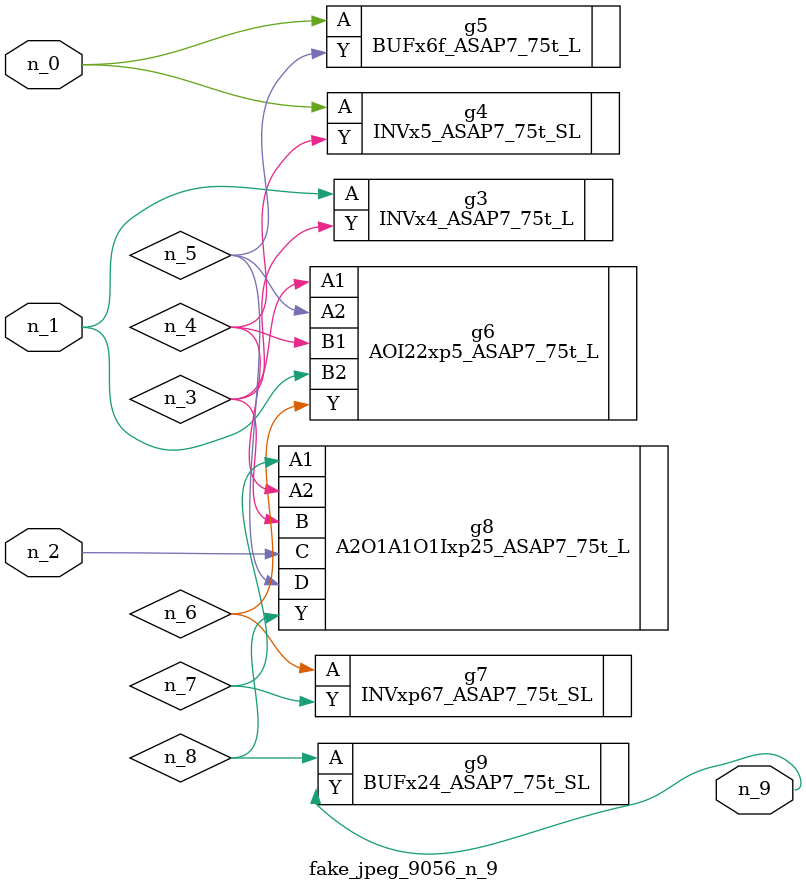
<source format=v>
module fake_jpeg_9056_n_9 (n_0, n_2, n_1, n_9);

input n_0;
input n_2;
input n_1;

output n_9;

wire n_3;
wire n_4;
wire n_8;
wire n_6;
wire n_5;
wire n_7;

INVx4_ASAP7_75t_L g3 ( 
.A(n_1),
.Y(n_3)
);

INVx5_ASAP7_75t_SL g4 ( 
.A(n_0),
.Y(n_4)
);

BUFx6f_ASAP7_75t_L g5 ( 
.A(n_0),
.Y(n_5)
);

AOI22xp5_ASAP7_75t_L g6 ( 
.A1(n_3),
.A2(n_5),
.B1(n_4),
.B2(n_1),
.Y(n_6)
);

INVxp67_ASAP7_75t_SL g7 ( 
.A(n_6),
.Y(n_7)
);

A2O1A1O1Ixp25_ASAP7_75t_L g8 ( 
.A1(n_7),
.A2(n_4),
.B(n_3),
.C(n_2),
.D(n_5),
.Y(n_8)
);

BUFx24_ASAP7_75t_SL g9 ( 
.A(n_8),
.Y(n_9)
);


endmodule
</source>
